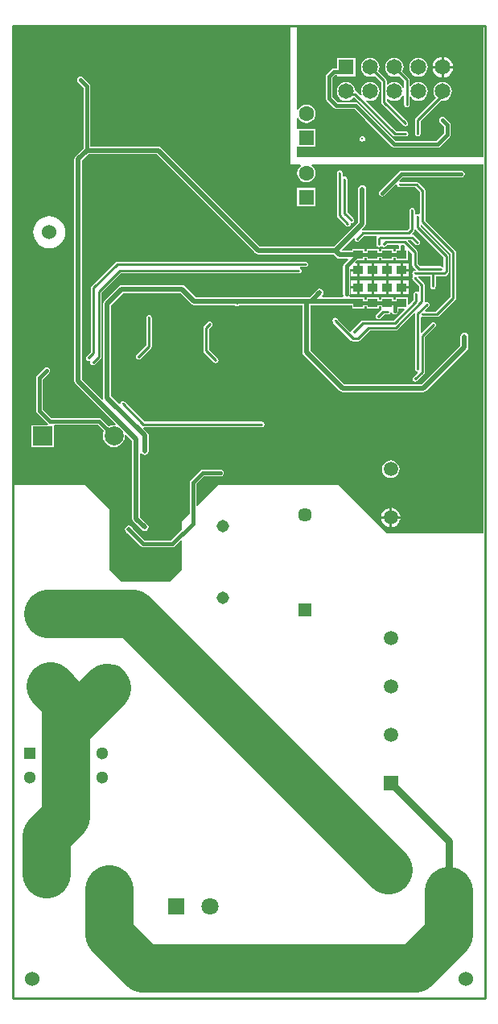
<source format=gbl>
G04*
G04 #@! TF.GenerationSoftware,Altium Limited,Altium Designer,20.2.8 (258)*
G04*
G04 Layer_Physical_Order=2*
G04 Layer_Color=16711680*
%FSLAX25Y25*%
%MOIN*%
G70*
G04*
G04 #@! TF.SameCoordinates,1A047D9A-836D-465F-8526-38319891AFC0*
G04*
G04*
G04 #@! TF.FilePolarity,Positive*
G04*
G01*
G75*
%ADD15C,0.01000*%
%ADD44R,0.07874X0.07874*%
%ADD45C,0.07874*%
%ADD53R,0.05118X0.05118*%
%ADD54C,0.05118*%
%ADD58R,0.03937X0.03543*%
%ADD71C,0.03000*%
%ADD72C,0.01500*%
%ADD73C,0.02000*%
%ADD74C,0.06000*%
%ADD75C,0.06496*%
%ADD76R,0.06496X0.06496*%
%ADD77R,0.06299X0.06299*%
%ADD78C,0.06299*%
%ADD79C,0.07087*%
%ADD80R,0.07087X0.07087*%
%ADD81C,0.05150*%
%ADD82R,0.05709X0.05709*%
%ADD83C,0.05709*%
%ADD84R,0.05937X0.05937*%
%ADD85C,0.05937*%
%ADD86R,0.07087X0.07087*%
%ADD87C,0.02000*%
%ADD88C,0.01000*%
%ADD89C,0.01968*%
%ADD90C,0.20000*%
G36*
X709851Y445649D02*
X632649D01*
Y449292D01*
X632750Y449750D01*
X633149Y449750D01*
X640250D01*
Y457250D01*
X633149D01*
X632750Y457250D01*
X632649Y457708D01*
Y461691D01*
X633149Y461791D01*
X633225Y461609D01*
X633826Y460826D01*
X634609Y460225D01*
X635521Y459847D01*
X636500Y459718D01*
X637479Y459847D01*
X638391Y460225D01*
X639174Y460826D01*
X639775Y461609D01*
X640153Y462521D01*
X640282Y463500D01*
X640153Y464479D01*
X639775Y465391D01*
X639174Y466174D01*
X638391Y466775D01*
X637479Y467153D01*
X636500Y467282D01*
X635521Y467153D01*
X634609Y466775D01*
X633826Y466174D01*
X633225Y465391D01*
X633149Y465209D01*
X632649Y465309D01*
Y499351D01*
X709851Y499351D01*
X709851Y445649D01*
D02*
G37*
G36*
X630000Y442500D02*
X634081D01*
X634250Y442000D01*
X633826Y441674D01*
X633225Y440891D01*
X632847Y439979D01*
X632718Y439000D01*
X632847Y438021D01*
X633225Y437109D01*
X633826Y436326D01*
X634609Y435725D01*
X635521Y435347D01*
X636500Y435218D01*
X637479Y435347D01*
X638391Y435725D01*
X639174Y436326D01*
X639775Y437109D01*
X640153Y438021D01*
X640282Y439000D01*
X640153Y439979D01*
X639775Y440891D01*
X639174Y441674D01*
X638750Y442000D01*
X638919Y442500D01*
X709851D01*
X709851Y290000D01*
X670000D01*
X650000Y310000D01*
X600000D01*
X591338Y301338D01*
X590876Y301530D01*
Y310430D01*
X594070Y313623D01*
X601000D01*
X601527Y313728D01*
X601973Y314027D01*
X602272Y314473D01*
X602377Y315000D01*
X602272Y315527D01*
X601973Y315973D01*
X601527Y316272D01*
X601000Y316376D01*
X593500D01*
X592973Y316272D01*
X592527Y315973D01*
X592527Y315973D01*
X588527Y311973D01*
X588228Y311527D01*
X588124Y311000D01*
Y298124D01*
X585000Y295000D01*
Y291447D01*
X580430Y286877D01*
X569570D01*
X564553Y291894D01*
X564507Y292124D01*
X564153Y292653D01*
X563624Y293007D01*
X563000Y293131D01*
X562376Y293007D01*
X561846Y292653D01*
X561493Y292124D01*
X561369Y291500D01*
X561493Y290876D01*
X561846Y290347D01*
X562376Y289993D01*
X562606Y289947D01*
X568027Y284527D01*
X568473Y284228D01*
X569000Y284123D01*
X581000D01*
X581527Y284228D01*
X581973Y284527D01*
X584538Y287091D01*
X585000Y286900D01*
Y275000D01*
X580000Y270000D01*
X560000D01*
X555000Y275000D01*
Y300000D01*
X545000Y310000D01*
X515649D01*
X515649Y499351D01*
X630000Y499351D01*
Y442500D01*
D02*
G37*
%LPC*%
G36*
X693500Y486971D02*
Y483252D01*
X697219D01*
X697139Y483861D01*
X696711Y484894D01*
X696030Y485782D01*
X695142Y486463D01*
X694109Y486891D01*
X693500Y486971D01*
D02*
G37*
G36*
X692500D02*
X691891Y486891D01*
X690858Y486463D01*
X689970Y485782D01*
X689289Y484894D01*
X688861Y483861D01*
X688781Y483252D01*
X692500D01*
Y486971D01*
D02*
G37*
G36*
X656848Y486600D02*
X649152D01*
Y482376D01*
X648000D01*
X648000Y482376D01*
X647473Y482272D01*
X647027Y481973D01*
X645027Y479973D01*
X644728Y479527D01*
X644624Y479000D01*
Y470000D01*
X644728Y469473D01*
X645027Y469027D01*
X648027Y466027D01*
X648473Y465728D01*
X649000Y465624D01*
X656430D01*
X661027Y461027D01*
X672027Y450027D01*
X672473Y449728D01*
X673000Y449623D01*
X691000D01*
X691527Y449728D01*
X691973Y450027D01*
X695973Y454027D01*
X695973Y454027D01*
X696272Y454473D01*
X696377Y455000D01*
Y458953D01*
X696377Y458953D01*
X696272Y459480D01*
X695973Y459926D01*
X695973Y459926D01*
X693989Y461910D01*
X693542Y462209D01*
X693015Y462314D01*
X692489Y462209D01*
X692042Y461910D01*
X691744Y461464D01*
X691639Y460937D01*
X691744Y460410D01*
X692042Y459964D01*
X693623Y458383D01*
Y455570D01*
X690430Y452377D01*
X673570D01*
X662973Y462973D01*
X657973Y467973D01*
X657527Y468272D01*
X657000Y468376D01*
X653076D01*
X653043Y468876D01*
X653427Y468927D01*
X654004Y469003D01*
X654941Y469391D01*
X655744Y470008D01*
X655899Y470208D01*
X656562Y470252D01*
X672407Y454407D01*
X672407Y454407D01*
X672771Y454164D01*
X673200Y454078D01*
X673200Y454078D01*
X677700D01*
X678129Y454164D01*
X678493Y454407D01*
X678736Y454771D01*
X678822Y455200D01*
X678736Y455629D01*
X678493Y455993D01*
X678129Y456236D01*
X677700Y456322D01*
X673665D01*
X661191Y468795D01*
X661475Y469219D01*
X661996Y469003D01*
X663000Y468871D01*
X664005Y469003D01*
X664941Y469391D01*
X665744Y470008D01*
X666361Y470811D01*
X666749Y471747D01*
X666881Y472752D01*
X666749Y473757D01*
X666361Y474693D01*
X665744Y475496D01*
X664941Y476113D01*
X664005Y476501D01*
X663000Y476633D01*
X661996Y476501D01*
X661059Y476113D01*
X660256Y475496D01*
X659639Y474693D01*
X659251Y473757D01*
X659119Y472752D01*
X659251Y471747D01*
X659467Y471227D01*
X659043Y470943D01*
X657474Y472512D01*
X657111Y472755D01*
X656875Y472802D01*
X656749Y473757D01*
X656361Y474693D01*
X655744Y475496D01*
X654941Y476113D01*
X654004Y476501D01*
X653000Y476633D01*
X651996Y476501D01*
X651059Y476113D01*
X650256Y475496D01*
X649639Y474693D01*
X649251Y473757D01*
X649119Y472752D01*
X649251Y471747D01*
X649639Y470811D01*
X650256Y470008D01*
X651059Y469391D01*
X651996Y469003D01*
X652957Y468876D01*
X652924Y468376D01*
X649570D01*
X647376Y470570D01*
Y478430D01*
X648570Y479624D01*
X649152D01*
Y478904D01*
X656848D01*
Y486600D01*
D02*
G37*
G36*
X683000Y486633D02*
X681995Y486501D01*
X681059Y486113D01*
X680256Y485496D01*
X679639Y484693D01*
X679251Y483756D01*
X679119Y482752D01*
X679251Y481747D01*
X679639Y480811D01*
X680256Y480008D01*
X681059Y479391D01*
X681995Y479003D01*
X683000Y478871D01*
X684004Y479003D01*
X684941Y479391D01*
X685744Y480008D01*
X686361Y480811D01*
X686749Y481747D01*
X686881Y482752D01*
X686749Y483756D01*
X686361Y484693D01*
X685744Y485496D01*
X684941Y486113D01*
X684004Y486501D01*
X683000Y486633D01*
D02*
G37*
G36*
X697219Y482252D02*
X693500D01*
Y478533D01*
X694109Y478613D01*
X695142Y479041D01*
X696030Y479722D01*
X696711Y480610D01*
X697139Y481643D01*
X697219Y482252D01*
D02*
G37*
G36*
X692500D02*
X688781D01*
X688861Y481643D01*
X689289Y480610D01*
X689970Y479722D01*
X690858Y479041D01*
X691891Y478613D01*
X692500Y478533D01*
Y482252D01*
D02*
G37*
G36*
X673000Y486633D02*
X671995Y486501D01*
X671059Y486113D01*
X670256Y485496D01*
X669639Y484693D01*
X669251Y483756D01*
X669119Y482752D01*
X669251Y481747D01*
X669639Y480811D01*
X670256Y480008D01*
X671059Y479391D01*
X671995Y479003D01*
X673000Y478871D01*
X674005Y479003D01*
X674824Y479342D01*
X677028Y477138D01*
Y474389D01*
X676528Y474290D01*
X676361Y474693D01*
X675744Y475496D01*
X674941Y476113D01*
X674005Y476501D01*
X673000Y476633D01*
X671995Y476501D01*
X671059Y476113D01*
X670273Y475510D01*
X670094Y475537D01*
X669773Y475646D01*
Y477100D01*
X669688Y477529D01*
X669445Y477893D01*
X669445Y477893D01*
X666410Y480928D01*
X666749Y481747D01*
X666881Y482752D01*
X666749Y483756D01*
X666361Y484693D01*
X665744Y485496D01*
X664941Y486113D01*
X664005Y486501D01*
X663000Y486633D01*
X661996Y486501D01*
X661059Y486113D01*
X660256Y485496D01*
X659639Y484693D01*
X659251Y483756D01*
X659119Y482752D01*
X659251Y481747D01*
X659639Y480811D01*
X660256Y480008D01*
X661059Y479391D01*
X661996Y479003D01*
X663000Y478871D01*
X664005Y479003D01*
X664824Y479342D01*
X667530Y476635D01*
Y468348D01*
X667530Y468348D01*
X667616Y467919D01*
X667859Y467555D01*
X676707Y458707D01*
X676707Y458707D01*
X677071Y458464D01*
X677500Y458378D01*
X677929Y458464D01*
X678293Y458707D01*
X678536Y459071D01*
X678622Y459500D01*
X678536Y459929D01*
X678293Y460293D01*
X678293Y460293D01*
X669773Y468813D01*
Y469858D01*
X670094Y469967D01*
X670273Y469994D01*
X671059Y469391D01*
X671995Y469003D01*
X673000Y468871D01*
X674005Y469003D01*
X674941Y469391D01*
X675744Y470008D01*
X676361Y470811D01*
X676528Y471214D01*
X677028Y471115D01*
Y467350D01*
X677113Y466921D01*
X677356Y466557D01*
X677720Y466314D01*
X678150Y466229D01*
X678579Y466314D01*
X678943Y466557D01*
X679186Y466921D01*
X679271Y467350D01*
Y470469D01*
X679771Y470639D01*
X680256Y470008D01*
X681059Y469391D01*
X681995Y469003D01*
X683000Y468871D01*
X684004Y469003D01*
X684941Y469391D01*
X685744Y470008D01*
X686361Y470811D01*
X686749Y471747D01*
X686881Y472752D01*
X686749Y473757D01*
X686361Y474693D01*
X685744Y475496D01*
X684941Y476113D01*
X684004Y476501D01*
X683000Y476633D01*
X681995Y476501D01*
X681059Y476113D01*
X680256Y475496D01*
X679771Y474865D01*
X679271Y475035D01*
Y477602D01*
X679186Y478032D01*
X678943Y478395D01*
X678943Y478395D01*
X676410Y480928D01*
X676749Y481747D01*
X676881Y482752D01*
X676749Y483756D01*
X676361Y484693D01*
X675744Y485496D01*
X674941Y486113D01*
X674005Y486501D01*
X673000Y486633D01*
D02*
G37*
G36*
X693000Y476633D02*
X691995Y476501D01*
X691059Y476113D01*
X690256Y475496D01*
X689639Y474693D01*
X689251Y473757D01*
X689119Y472752D01*
X689251Y471747D01*
X689639Y470811D01*
X690197Y470083D01*
X681907Y461793D01*
X681664Y461429D01*
X681578Y461000D01*
X681578Y461000D01*
Y455200D01*
X681664Y454771D01*
X681907Y454407D01*
X682271Y454164D01*
X682700Y454078D01*
X683129Y454164D01*
X683493Y454407D01*
X683736Y454771D01*
X683822Y455200D01*
Y460535D01*
X692255Y468969D01*
X693000Y468871D01*
X694004Y469003D01*
X694941Y469391D01*
X695744Y470008D01*
X696361Y470811D01*
X696749Y471747D01*
X696881Y472752D01*
X696749Y473757D01*
X696361Y474693D01*
X695744Y475496D01*
X694941Y476113D01*
X694004Y476501D01*
X693000Y476633D01*
D02*
G37*
G36*
X659750Y454271D02*
X659321Y454186D01*
X658957Y453943D01*
X658714Y453579D01*
X658628Y453150D01*
X658714Y452720D01*
X658957Y452356D01*
X659321Y452113D01*
X659750Y452028D01*
X660179Y452113D01*
X660543Y452356D01*
X660786Y452720D01*
X660872Y453150D01*
X660786Y453579D01*
X660543Y453943D01*
X660179Y454186D01*
X659750Y454271D01*
D02*
G37*
G36*
X640250Y432750D02*
X632750D01*
Y425250D01*
X640250D01*
Y432750D01*
D02*
G37*
G36*
X650331Y440122D02*
X649902Y440036D01*
X649538Y439793D01*
X649295Y439429D01*
X649210Y439000D01*
Y421468D01*
X649210Y421468D01*
X649295Y421039D01*
X649538Y420675D01*
X652957Y417257D01*
X652957Y417257D01*
X653321Y417014D01*
X653750Y416928D01*
X654179Y417014D01*
X654543Y417257D01*
X654786Y417621D01*
X654836Y417871D01*
X655032Y418160D01*
X655321Y418356D01*
X655571Y418406D01*
X655935Y418649D01*
X656178Y419013D01*
X656263Y419442D01*
X656178Y419871D01*
X655935Y420235D01*
X653422Y422748D01*
Y436400D01*
X653336Y436829D01*
X653093Y437193D01*
X652729Y437436D01*
X652300Y437522D01*
X651953Y437453D01*
X651656Y437602D01*
X651453Y437758D01*
Y439000D01*
X651368Y439429D01*
X651125Y439793D01*
X650761Y440036D01*
X650331Y440122D01*
D02*
G37*
G36*
X530000Y421132D02*
X528706Y421004D01*
X527462Y420627D01*
X526315Y420014D01*
X525311Y419190D01*
X524486Y418185D01*
X523873Y417038D01*
X523495Y415794D01*
X523368Y414500D01*
X523495Y413206D01*
X523873Y411962D01*
X524486Y410815D01*
X525311Y409810D01*
X526315Y408986D01*
X527462Y408373D01*
X528706Y407996D01*
X530000Y407868D01*
X531294Y407996D01*
X532538Y408373D01*
X533684Y408986D01*
X534690Y409810D01*
X535514Y410815D01*
X536127Y411962D01*
X536505Y413206D01*
X536632Y414500D01*
X536505Y415794D01*
X536127Y417038D01*
X535514Y418185D01*
X534690Y419190D01*
X533684Y420014D01*
X532538Y420627D01*
X531294Y421004D01*
X530000Y421132D01*
D02*
G37*
G36*
X543000Y478924D02*
X542473Y478819D01*
X542027Y478520D01*
X541728Y478074D01*
X541623Y477547D01*
X541728Y477021D01*
X542027Y476574D01*
X544248Y474352D01*
Y449306D01*
X540846Y445903D01*
X540493Y445374D01*
X540369Y444750D01*
Y353000D01*
X540493Y352376D01*
X540846Y351847D01*
X557582Y335110D01*
X557349Y334637D01*
X556764Y334714D01*
X555579Y334558D01*
X554668Y334180D01*
X551675Y337173D01*
X551228Y337472D01*
X550702Y337577D01*
X530970D01*
X527277Y341270D01*
Y353730D01*
X529873Y356327D01*
X530172Y356773D01*
X530276Y357300D01*
X530172Y357827D01*
X529873Y358273D01*
X529427Y358572D01*
X528900Y358677D01*
X528373Y358572D01*
X527927Y358273D01*
X524927Y355273D01*
X524628Y354827D01*
X524523Y354300D01*
Y340700D01*
X524628Y340173D01*
X524927Y339727D01*
X529427Y335227D01*
X529504Y335175D01*
X529353Y334675D01*
X522699D01*
Y325601D01*
X531773D01*
Y334324D01*
X531773Y334675D01*
X532212Y334823D01*
X550131D01*
X552721Y332234D01*
X552344Y331322D01*
X552188Y330138D01*
X552344Y328953D01*
X552801Y327850D01*
X553528Y326902D01*
X554476Y326175D01*
X555579Y325718D01*
X556764Y325562D01*
X557948Y325718D01*
X559052Y326175D01*
X560000Y326902D01*
X560727Y327850D01*
X561184Y328953D01*
X561340Y330138D01*
X561263Y330723D01*
X561736Y330956D01*
X564369Y328324D01*
Y296000D01*
X564493Y295376D01*
X564847Y294847D01*
X568347Y291347D01*
X568876Y290993D01*
X569500Y290869D01*
X570124Y290993D01*
X570653Y291347D01*
X571007Y291876D01*
X571131Y292500D01*
X571007Y293124D01*
X570653Y293653D01*
X567631Y296676D01*
Y323017D01*
X568131Y323168D01*
X568347Y322847D01*
X568876Y322493D01*
X569500Y322369D01*
X569524Y322373D01*
X569547Y322369D01*
X570171Y322493D01*
X570701Y322847D01*
X571054Y323376D01*
X571179Y324000D01*
Y330453D01*
X571054Y331077D01*
X570701Y331606D01*
X568916Y333391D01*
X568942Y333540D01*
X569136Y333878D01*
X618000D01*
X618429Y333964D01*
X618793Y334207D01*
X619036Y334571D01*
X619122Y335000D01*
X619036Y335429D01*
X618793Y335793D01*
X618429Y336036D01*
X618000Y336122D01*
X569465D01*
X561293Y344293D01*
X560929Y344536D01*
X560500Y344622D01*
X560071Y344536D01*
X559707Y344293D01*
X559464Y343929D01*
X559401Y343613D01*
X559077Y343448D01*
X558891Y343416D01*
X555631Y346676D01*
Y369500D01*
Y384324D01*
X560676Y389369D01*
X584324D01*
X588846Y384846D01*
X589376Y384493D01*
X590000Y384369D01*
X606899D01*
X607007Y384207D01*
X607371Y383964D01*
X607800Y383878D01*
X608229Y383964D01*
X608593Y384207D01*
X608701Y384369D01*
X634869D01*
Y365000D01*
X634993Y364376D01*
X635347Y363846D01*
X650347Y348847D01*
X650876Y348493D01*
X651500Y348369D01*
X685000D01*
X685624Y348493D01*
X686154Y348847D01*
X703154Y365846D01*
X703507Y366376D01*
X703631Y367000D01*
Y371300D01*
X703507Y371924D01*
X703154Y372453D01*
X702624Y372807D01*
X702000Y372931D01*
X701376Y372807D01*
X700846Y372453D01*
X700493Y371924D01*
X700369Y371300D01*
Y367676D01*
X684324Y351631D01*
X652176D01*
X638131Y365676D01*
Y384369D01*
X655432D01*
Y382979D01*
X660569D01*
Y383974D01*
X661432D01*
Y382979D01*
X666569D01*
Y383974D01*
X667431D01*
Y382979D01*
X667434D01*
X667590Y382540D01*
X667593Y382479D01*
X665607Y380493D01*
X665364Y380129D01*
X665278Y379700D01*
X665364Y379271D01*
X665607Y378907D01*
X665971Y378664D01*
X666400Y378578D01*
X666829Y378664D01*
X667193Y378907D01*
X668865Y380578D01*
X670400D01*
X670829Y380664D01*
X671193Y380907D01*
X671389Y381200D01*
X671400Y381204D01*
X671718Y381239D01*
X671935Y381214D01*
X672127Y380927D01*
X672573Y380628D01*
X673100Y380523D01*
X673627Y380628D01*
X674073Y380927D01*
X674372Y381373D01*
X674476Y381900D01*
Y382979D01*
X676939D01*
X677131Y382517D01*
X672635Y378022D01*
X659800D01*
X659800Y378022D01*
X659371Y377936D01*
X659007Y377693D01*
X655307Y373993D01*
X655064Y373629D01*
X655047Y373546D01*
X654505Y373381D01*
X649556Y378330D01*
X649536Y378429D01*
X649293Y378793D01*
X648929Y379036D01*
X648500Y379121D01*
X648071Y379036D01*
X647707Y378793D01*
X647464Y378429D01*
X647378Y378000D01*
Y377800D01*
X647378Y377800D01*
X647464Y377371D01*
X647707Y377007D01*
X655007Y369707D01*
X655007Y369707D01*
X655371Y369464D01*
X655800Y369378D01*
X655800Y369378D01*
X657800D01*
X657800Y369378D01*
X658229Y369464D01*
X658593Y369707D01*
X662765Y373879D01*
X673463D01*
X673463Y373878D01*
X673892Y373964D01*
X674256Y374207D01*
X681123Y381074D01*
X681584Y380828D01*
X681578Y380800D01*
X681578Y380800D01*
Y357900D01*
X681664Y357471D01*
X681907Y357107D01*
X682271Y356864D01*
X682437Y356831D01*
X682602Y356288D01*
X680907Y354593D01*
X680664Y354229D01*
X680578Y353800D01*
X680664Y353371D01*
X680907Y353007D01*
X681271Y352764D01*
X681700Y352678D01*
X682129Y352764D01*
X682493Y353007D01*
X685293Y355807D01*
X685293Y355807D01*
X685536Y356171D01*
X685622Y356600D01*
X685622Y356600D01*
Y371135D01*
X689893Y375407D01*
X689893Y375407D01*
X690136Y375771D01*
X690222Y376200D01*
X690136Y376629D01*
X689893Y376993D01*
X689529Y377236D01*
X689100Y377322D01*
X688671Y377236D01*
X688307Y376993D01*
X688307Y376993D01*
X684283Y372970D01*
X683822Y373161D01*
Y379252D01*
X684299Y379531D01*
X684322Y379528D01*
X684731Y379447D01*
X690668D01*
X690668Y379447D01*
X691098Y379532D01*
X691462Y379776D01*
X698193Y386507D01*
X698193Y386507D01*
X698436Y386871D01*
X698522Y387300D01*
Y406100D01*
X698436Y406529D01*
X698193Y406893D01*
X698193Y406893D01*
X686093Y418993D01*
X686050Y419022D01*
X685822Y419250D01*
Y431700D01*
X685736Y432129D01*
X685493Y432493D01*
X685493Y432493D01*
X682993Y434993D01*
X682629Y435236D01*
X682200Y435322D01*
X682200Y435322D01*
X675200D01*
X675169Y435315D01*
X674923Y435776D01*
X676420Y437273D01*
X700750D01*
X701277Y437378D01*
X701723Y437676D01*
X702022Y438123D01*
X702127Y438650D01*
X702022Y439176D01*
X701723Y439623D01*
X701277Y439921D01*
X700750Y440026D01*
X675850D01*
X675323Y439921D01*
X674876Y439623D01*
X666927Y431673D01*
X666628Y431227D01*
X666524Y430700D01*
X666628Y430173D01*
X666927Y429727D01*
X667373Y429428D01*
X667900Y429323D01*
X668427Y429428D01*
X668873Y429727D01*
X673624Y434477D01*
X674085Y434231D01*
X674078Y434200D01*
X674164Y433771D01*
X674407Y433407D01*
X674771Y433164D01*
X675200Y433078D01*
X681735D01*
X683578Y431235D01*
Y422270D01*
X683078Y422003D01*
X683029Y422036D01*
X682600Y422122D01*
X682171Y422036D01*
X681922Y421870D01*
X681526Y422011D01*
X681422Y422091D01*
Y423500D01*
X681336Y423929D01*
X681093Y424293D01*
X680729Y424536D01*
X680300Y424622D01*
X679871Y424536D01*
X679507Y424293D01*
X679264Y423929D01*
X679178Y423500D01*
Y416065D01*
X678335Y415222D01*
X660000D01*
X659670Y415156D01*
X659425Y415459D01*
X659375Y415568D01*
X660653Y416847D01*
X661007Y417376D01*
X661131Y418000D01*
Y431538D01*
X661257Y431726D01*
X661381Y432350D01*
X661257Y432975D01*
X660904Y433504D01*
X660374Y433858D01*
X659750Y433982D01*
X659126Y433858D01*
X658597Y433504D01*
X658347Y433254D01*
X657993Y432725D01*
X657869Y432100D01*
Y418676D01*
X647824Y408631D01*
X617176D01*
X576278Y449529D01*
X575749Y449882D01*
X575125Y450006D01*
X547002D01*
Y474922D01*
X546897Y475449D01*
X546598Y475896D01*
X543973Y478520D01*
X543527Y478819D01*
X543000Y478924D01*
D02*
G37*
G36*
X571382Y380240D02*
X570953Y380154D01*
X570589Y379911D01*
X570346Y379547D01*
X570260Y379118D01*
Y367846D01*
X566207Y363793D01*
X565964Y363429D01*
X565878Y363000D01*
X565964Y362571D01*
X566207Y362207D01*
X566571Y361964D01*
X567000Y361878D01*
X567429Y361964D01*
X567793Y362207D01*
X572175Y366589D01*
X572175Y366589D01*
X572418Y366953D01*
X572503Y367382D01*
X572503Y367382D01*
Y379118D01*
X572418Y379547D01*
X572175Y379911D01*
X571811Y380154D01*
X571382Y380240D01*
D02*
G37*
G36*
X596500Y377622D02*
X596071Y377536D01*
X595707Y377293D01*
X594207Y375793D01*
X593964Y375429D01*
X593878Y375000D01*
X593878Y375000D01*
Y365500D01*
X593878Y365500D01*
X593964Y365071D01*
X594207Y364707D01*
X598207Y360707D01*
X598207Y360707D01*
X598571Y360464D01*
X599000Y360379D01*
X599429Y360464D01*
X599793Y360707D01*
X600036Y361071D01*
X600122Y361500D01*
X600036Y361929D01*
X599793Y362293D01*
X599793Y362293D01*
X596122Y365965D01*
Y374535D01*
X597293Y375707D01*
X597536Y376071D01*
X597622Y376500D01*
X597536Y376929D01*
X597293Y377293D01*
X596929Y377536D01*
X596500Y377622D01*
D02*
G37*
G36*
X671500Y320099D02*
X670568Y319977D01*
X669700Y319617D01*
X668955Y319045D01*
X668383Y318300D01*
X668023Y317432D01*
X667901Y316500D01*
X668023Y315568D01*
X668383Y314700D01*
X668955Y313955D01*
X669700Y313383D01*
X670568Y313023D01*
X671500Y312901D01*
X672432Y313023D01*
X673300Y313383D01*
X674045Y313955D01*
X674617Y314700D01*
X674977Y315568D01*
X675099Y316500D01*
X674977Y317432D01*
X674617Y318300D01*
X674045Y319045D01*
X673300Y319617D01*
X672432Y319977D01*
X671500Y320099D01*
D02*
G37*
G36*
X672000Y300437D02*
Y297000D01*
X675437D01*
X675366Y297536D01*
X674966Y298501D01*
X674330Y299330D01*
X673501Y299967D01*
X672536Y300366D01*
X672000Y300437D01*
D02*
G37*
G36*
X671000D02*
X670464Y300366D01*
X669499Y299967D01*
X668670Y299330D01*
X668034Y298501D01*
X667634Y297536D01*
X667563Y297000D01*
X671000D01*
Y300437D01*
D02*
G37*
G36*
X675437Y296000D02*
X672000D01*
Y292563D01*
X672536Y292634D01*
X673501Y293034D01*
X674330Y293670D01*
X674966Y294499D01*
X675366Y295464D01*
X675437Y296000D01*
D02*
G37*
G36*
X671000D02*
X667563D01*
X667634Y295464D01*
X668034Y294499D01*
X668670Y293670D01*
X669499Y293034D01*
X670464Y292634D01*
X671000Y292563D01*
Y296000D01*
D02*
G37*
%LPD*%
G36*
X665668Y412478D02*
X665511Y412243D01*
X665426Y411814D01*
X665426Y411814D01*
Y409453D01*
X665511Y409024D01*
X665754Y408660D01*
X666118Y408417D01*
X666547Y408331D01*
X666976Y408417D01*
X667200Y408566D01*
X667707Y408707D01*
X668071Y408464D01*
X668500Y408378D01*
X668929Y408464D01*
X669293Y408707D01*
X669967Y409380D01*
X674617D01*
X674933Y408880D01*
X674868Y408555D01*
Y407521D01*
X673431D01*
Y406526D01*
X672569D01*
Y407521D01*
X667431D01*
Y406526D01*
X666569D01*
Y407521D01*
X661432D01*
Y406526D01*
X660569D01*
Y407521D01*
X655432D01*
Y406781D01*
X651295D01*
X651088Y407281D01*
X656132Y412325D01*
X656241Y412275D01*
X656544Y412030D01*
X656478Y411700D01*
X656564Y411271D01*
X656807Y410907D01*
X657171Y410664D01*
X657600Y410578D01*
X658029Y410664D01*
X658393Y410907D01*
X660465Y412978D01*
X665478D01*
X665668Y412478D01*
D02*
G37*
G36*
X693378Y404235D02*
Y400167D01*
X692941Y400010D01*
X692878Y400008D01*
X692793Y400093D01*
X692429Y400336D01*
X692000Y400422D01*
X692000Y400421D01*
X683665D01*
X682622Y401465D01*
Y406200D01*
X682536Y406629D01*
X682293Y406993D01*
X682293Y406993D01*
X678470Y410816D01*
X678661Y411278D01*
X679935D01*
X681707Y409507D01*
X681707Y409507D01*
X682071Y409264D01*
X682500Y409178D01*
X682929Y409264D01*
X683293Y409507D01*
X683536Y409871D01*
X683622Y410300D01*
X683536Y410729D01*
X683293Y411093D01*
X683293Y411093D01*
X681193Y413193D01*
X680829Y413436D01*
X680496Y413503D01*
X680336Y413799D01*
X680289Y414003D01*
X681093Y414807D01*
X681336Y415171D01*
X681406Y415520D01*
X681516Y415599D01*
X681589Y415631D01*
X681922Y415692D01*
X693378Y404235D01*
D02*
G37*
G36*
X680378Y405735D02*
Y401000D01*
X680378Y401000D01*
X680464Y400571D01*
X680707Y400207D01*
X681894Y399020D01*
X681703Y398558D01*
X681471D01*
X681042Y398472D01*
X680678Y398229D01*
X680435Y397865D01*
X680349Y397436D01*
X680435Y397007D01*
X680678Y396643D01*
X680582Y396106D01*
X680464Y395929D01*
X680378Y395500D01*
X680464Y395071D01*
X680707Y394707D01*
X683178Y392235D01*
Y389991D01*
X683075Y389911D01*
X682678Y389770D01*
X682429Y389936D01*
X682000Y390021D01*
X681571Y389936D01*
X681207Y389693D01*
X680964Y389329D01*
X680878Y388900D01*
Y386265D01*
X679030Y384417D01*
X678569Y384608D01*
Y387722D01*
X673431D01*
Y386727D01*
X672569D01*
Y387722D01*
X667431D01*
Y386727D01*
X666569D01*
Y387722D01*
X661432D01*
Y386727D01*
X660569D01*
Y387722D01*
X655432D01*
Y387631D01*
X654553D01*
X654286Y388131D01*
X654398Y388300D01*
X654503Y388827D01*
Y399456D01*
X654531Y399475D01*
X654764Y399350D01*
X657500D01*
Y401622D01*
X656876D01*
X656684Y402084D01*
X657378Y402778D01*
X660569D01*
Y403773D01*
X661432D01*
Y402778D01*
X666569D01*
Y403773D01*
X667431D01*
Y402778D01*
X672569D01*
Y403773D01*
X673431D01*
Y402778D01*
X678569D01*
Y406838D01*
X679069Y407045D01*
X680378Y405735D01*
D02*
G37*
G36*
X684493Y417407D02*
X684493Y417407D01*
X684536Y417378D01*
X696278Y405635D01*
Y387765D01*
X690204Y381690D01*
X685829D01*
X685638Y382152D01*
X687293Y383807D01*
X687293Y383807D01*
X687536Y384171D01*
X687622Y384600D01*
X687536Y385029D01*
X687293Y385393D01*
X686929Y385636D01*
X686500Y385722D01*
X686071Y385636D01*
X685864Y385498D01*
X685410Y385781D01*
X685422Y385837D01*
X685422Y385837D01*
Y392700D01*
X685422Y392700D01*
X685336Y393129D01*
X685093Y393493D01*
X685093Y393493D01*
X682771Y395815D01*
X682979Y396315D01*
X687878D01*
Y392100D01*
X687964Y391671D01*
X688207Y391307D01*
X688571Y391064D01*
X689000Y390979D01*
X689429Y391064D01*
X689793Y391307D01*
X690036Y391671D01*
X690122Y392100D01*
Y396315D01*
X693736D01*
X693736Y396315D01*
X694165Y396400D01*
X694529Y396643D01*
X695293Y397407D01*
X695293Y397407D01*
X695536Y397771D01*
X695622Y398200D01*
Y404700D01*
X695622Y404700D01*
X695536Y405129D01*
X695293Y405493D01*
X695293Y405493D01*
X683777Y417009D01*
X683824Y417429D01*
X684288Y417611D01*
X684493Y417407D01*
D02*
G37*
G36*
X615346Y405847D02*
X615876Y405493D01*
X616500Y405369D01*
X647824D01*
X649197Y403996D01*
X649726Y403642D01*
X650350Y403518D01*
X653572D01*
X653763Y403056D01*
X652153Y401446D01*
X651855Y401000D01*
X651750Y400473D01*
Y388827D01*
X651855Y388300D01*
X651968Y388131D01*
X651700Y387631D01*
X643092D01*
X642900Y388093D01*
X643153Y388347D01*
X643507Y388876D01*
X643631Y389500D01*
X643507Y390124D01*
X643153Y390653D01*
X642624Y391007D01*
X642000Y391131D01*
X641376Y391007D01*
X640846Y390653D01*
X637824Y387631D01*
X590676D01*
X586154Y392154D01*
X585624Y392507D01*
X585000Y392631D01*
X560000D01*
X559376Y392507D01*
X558847Y392154D01*
X552846Y386154D01*
X552493Y385624D01*
X552369Y385000D01*
Y369500D01*
Y346000D01*
X552457Y345557D01*
X551996Y345311D01*
X543631Y353676D01*
Y444074D01*
X546301Y446744D01*
X574449D01*
X615346Y405847D01*
D02*
G37*
%LPC*%
G36*
X666968Y401622D02*
X666532Y401622D01*
X664500D01*
Y398850D01*
Y396079D01*
X666532D01*
X667031Y396079D01*
X667469Y396079D01*
X669500D01*
Y398850D01*
Y401622D01*
X667469D01*
X666968Y401622D01*
D02*
G37*
G36*
X673032Y401622D02*
X672532Y401622D01*
X670500D01*
Y398850D01*
Y396079D01*
X672532D01*
X672968Y396079D01*
X673468Y396079D01*
X675500D01*
Y398850D01*
Y401622D01*
X673468D01*
X673032Y401622D01*
D02*
G37*
G36*
X676500Y401622D02*
Y399350D01*
X678968D01*
Y401622D01*
X676500D01*
D02*
G37*
G36*
X661031Y401622D02*
X660532Y401622D01*
X658500D01*
Y398850D01*
Y396079D01*
X660532D01*
X660968Y396079D01*
X661469Y396079D01*
X663500D01*
Y398850D01*
Y401622D01*
X661469D01*
X661031Y401622D01*
D02*
G37*
G36*
X678968Y398350D02*
X676500D01*
Y396079D01*
X678968D01*
Y398350D01*
D02*
G37*
G36*
X657500D02*
X655031D01*
Y396079D01*
X657500D01*
Y398350D01*
D02*
G37*
G36*
X673032Y394421D02*
X672532Y394421D01*
X670500D01*
Y391650D01*
Y388878D01*
X672532D01*
X672968Y388878D01*
X673468Y388878D01*
X675500D01*
Y391650D01*
Y394421D01*
X673468D01*
X673032Y394421D01*
D02*
G37*
G36*
X667031Y394421D02*
X666532Y394421D01*
X664500D01*
Y391650D01*
Y388878D01*
X666532D01*
X666968Y388878D01*
X667469Y388878D01*
X669500D01*
Y391650D01*
Y394421D01*
X667469D01*
X667031Y394421D01*
D02*
G37*
G36*
X676500D02*
Y392150D01*
X678968D01*
Y394421D01*
X676500D01*
D02*
G37*
G36*
X657500Y394421D02*
X655031D01*
Y392150D01*
X657500D01*
Y394421D01*
D02*
G37*
G36*
X678968Y391150D02*
X676500D01*
Y388878D01*
X678968D01*
Y391150D01*
D02*
G37*
G36*
X661031Y394421D02*
X660532Y394421D01*
X658500D01*
Y391650D01*
Y388878D01*
X660532D01*
X660968Y388878D01*
X661469Y388878D01*
X663500D01*
Y391650D01*
Y394421D01*
X661469D01*
X661031Y394421D01*
D02*
G37*
G36*
X657500Y391150D02*
X655031D01*
Y388878D01*
X657500D01*
Y391150D01*
D02*
G37*
G36*
X558123Y402322D02*
X557694Y402236D01*
X557330Y401993D01*
X557330Y401993D01*
X547607Y392270D01*
X547364Y391906D01*
X547278Y391477D01*
X547278Y391477D01*
Y365041D01*
X545469Y363231D01*
X545225Y362868D01*
X545140Y362439D01*
X545225Y362009D01*
X545469Y361645D01*
X545832Y361402D01*
X546262Y361317D01*
X546691Y361402D01*
X546729Y361428D01*
X547089Y361067D01*
X547064Y361029D01*
X546978Y360600D01*
X547064Y360171D01*
X547307Y359807D01*
X547671Y359564D01*
X548100Y359478D01*
X548529Y359564D01*
X548893Y359807D01*
X551293Y362207D01*
X551293Y362207D01*
X551536Y362571D01*
X551622Y363000D01*
Y389435D01*
X559665Y397479D01*
X633400D01*
X633829Y397564D01*
X634193Y397807D01*
X634436Y398171D01*
X634522Y398600D01*
X634436Y399029D01*
X634193Y399393D01*
X633916Y399578D01*
X633963Y399984D01*
X633999Y400078D01*
X636100D01*
X636529Y400164D01*
X636893Y400407D01*
X637136Y400771D01*
X637222Y401200D01*
X637136Y401629D01*
X636893Y401993D01*
X636529Y402236D01*
X636100Y402321D01*
X558123D01*
X558123Y402322D01*
D02*
G37*
%LPD*%
D15*
X650331Y421468D02*
X653750Y418050D01*
X652300Y422284D02*
X655142Y419442D01*
X652300Y422284D02*
Y436400D01*
X664000Y391650D02*
X664800Y392450D01*
X664000Y398850D02*
X664800Y398050D01*
X546262Y362439D02*
X548400Y364577D01*
Y391477D01*
X548100Y360600D02*
X550500Y363000D01*
Y389900D02*
X559200Y398600D01*
X550500Y363000D02*
Y389900D01*
X648500Y377800D02*
Y378000D01*
X548400Y391477D02*
X558123Y401200D01*
X675200Y434200D02*
X682200D01*
X684700Y431700D01*
X684500Y371600D02*
X689100Y376200D01*
X684500Y356600D02*
Y371600D01*
X681700Y353800D02*
X684500Y356600D01*
X688900Y397436D02*
X693736D01*
X681471D02*
X688900D01*
X689000Y392100D02*
Y397336D01*
X688900Y397436D02*
X689000Y397336D01*
X682700Y357900D02*
Y380800D01*
X686500Y384600D01*
X668500Y409500D02*
X669502Y410502D01*
X677198D02*
X681500Y406200D01*
X669502Y410502D02*
X677198D01*
X667133Y412400D02*
X680400D01*
X682500Y410300D01*
X666547Y409453D02*
Y411814D01*
X667133Y412400D01*
X657600Y411700D02*
X660000Y414100D01*
X678800D02*
X680300Y415600D01*
X660000Y414100D02*
X678800D01*
X693000Y471300D02*
Y472752D01*
X682700Y461000D02*
X693000Y471300D01*
X682700Y455200D02*
Y461000D01*
X673200Y455200D02*
X677700D01*
X653000Y472752D02*
X654033Y471719D01*
X656681D01*
X673200Y455200D01*
X668400Y381700D02*
X670400D01*
X666400Y379700D02*
X668400Y381700D01*
X694500Y398200D02*
Y404700D01*
X684300Y385837D02*
Y392700D01*
X693736Y397436D02*
X694500Y398200D01*
X681500Y395500D02*
X684300Y392700D01*
X692000Y399300D02*
X692100Y399200D01*
X683200Y399300D02*
X692000D01*
X681500Y401000D02*
X683200Y399300D01*
X558123Y401200D02*
X636100D01*
X559200Y398600D02*
X633400D01*
X673463Y375000D02*
X684300Y385837D01*
X684731Y380569D02*
X690668D01*
X697400Y387300D01*
X673100Y376900D02*
X682000Y385800D01*
Y388900D01*
X662300Y375000D02*
X673463D01*
X659800Y376900D02*
X673100D01*
X650331Y421468D02*
Y439000D01*
X648500Y377800D02*
X655800Y370500D01*
X657800D01*
X662300Y375000D01*
X656100Y373200D02*
X659800Y376900D01*
X681500Y401000D02*
Y406200D01*
X680300Y415600D02*
Y423500D01*
X685286Y418200D02*
X685300D01*
X684700Y418786D02*
X685286Y418200D01*
X684700Y418786D02*
Y431700D01*
X685300Y418200D02*
X697400Y406100D01*
Y387300D02*
Y406100D01*
X682600Y416600D02*
Y421000D01*
Y416600D02*
X694500Y404700D01*
X678150Y467350D02*
Y477602D01*
X673000Y482752D02*
X678150Y477602D01*
X668652Y468348D02*
X677500Y459500D01*
X668652Y468348D02*
Y477100D01*
X663000Y482752D02*
X668652Y477100D01*
X569000Y335000D02*
X618000D01*
X560500Y343500D02*
X569000Y335000D01*
X595000Y375000D02*
X596500Y376500D01*
X595000Y365500D02*
Y375000D01*
Y365500D02*
X599000Y361500D01*
X567000Y363000D02*
X571382Y367382D01*
Y379118D01*
X515000Y97500D02*
Y500000D01*
Y97500D02*
X710500D01*
Y500000D01*
X515000D02*
X710500D01*
D44*
X527236Y330138D02*
D03*
D45*
X556764D02*
D03*
X527236Y251398D02*
D03*
X556764D02*
D03*
Y231713D02*
D03*
X527236D02*
D03*
D53*
X522039Y199000D02*
D03*
D54*
Y189000D02*
D03*
X551961D02*
D03*
Y199000D02*
D03*
D58*
X676000Y398850D02*
D03*
Y405150D02*
D03*
Y391650D02*
D03*
Y385350D02*
D03*
X670000Y391650D02*
D03*
Y385350D02*
D03*
Y398850D02*
D03*
Y405150D02*
D03*
X658000Y391650D02*
D03*
Y385350D02*
D03*
X664000Y405150D02*
D03*
Y398850D02*
D03*
X658000Y398850D02*
D03*
Y405150D02*
D03*
X664000Y385350D02*
D03*
Y391650D02*
D03*
D71*
X695500Y148500D02*
Y162500D01*
X671500Y186500D02*
X695500Y162500D01*
D72*
X569000Y285500D02*
X581000D01*
X589500Y294000D02*
Y311000D01*
X581000Y285500D02*
X589500Y294000D01*
X563000Y291500D02*
X569000Y285500D01*
X593500Y315000D02*
X601000D01*
X589500Y311000D02*
X593500Y315000D01*
X659000Y385350D02*
X664000D01*
X658000Y405150D02*
X670000D01*
X545625Y448375D02*
Y474922D01*
X543000Y477547D02*
X545625Y474922D01*
X662000Y462000D02*
X673000Y451000D01*
X657000Y467000D02*
X662000Y462000D01*
X651248Y481000D02*
X653000Y482752D01*
X648000Y481000D02*
X651248D01*
X646000Y470000D02*
Y479000D01*
X648000Y481000D01*
X646000Y470000D02*
X649000Y467000D01*
X657000D01*
X673000Y451000D02*
X691000D01*
X695000Y455000D01*
X693015Y460937D02*
X695000Y458953D01*
Y455000D02*
Y458953D01*
X525900Y340700D02*
Y354300D01*
X528900Y357300D01*
X525900Y340700D02*
X530400Y336200D01*
X550702D02*
X556764Y330138D01*
X530400Y336200D02*
X550702D01*
X675850Y438650D02*
X700750D01*
X667900Y430700D02*
X675850Y438650D01*
X653127Y388827D02*
Y400473D01*
X657803Y405150D01*
X658000D01*
X676000D02*
X676245Y405395D01*
Y408555D01*
X673000Y385350D02*
X676000D01*
X670000D02*
X673000D01*
X673100Y381900D02*
Y385250D01*
X673000Y385350D02*
X673100Y385250D01*
X664000Y385350D02*
X670000D01*
X676000D02*
X676000Y385350D01*
X670000Y405150D02*
X676000D01*
D73*
X638500Y386000D02*
X658350D01*
X636500D02*
X638500D01*
X590000D02*
X636500D01*
X702000Y367000D02*
Y371300D01*
X685000Y350000D02*
X702000Y367000D01*
X651500Y350000D02*
X685000D01*
X636500Y365000D02*
Y386000D01*
Y365000D02*
X651500Y350000D01*
X616500Y407000D02*
X648500D01*
X659500Y432100D02*
X659750Y432350D01*
X659500Y418000D02*
Y432100D01*
X648500Y407000D02*
X659500Y418000D01*
X658350Y386000D02*
X659000Y385350D01*
X638500Y386000D02*
X642000Y389500D01*
X585000Y391000D02*
X590000Y386000D01*
X560000Y391000D02*
X585000D01*
X554000Y385000D02*
X560000Y391000D01*
X554000Y369500D02*
Y385000D01*
Y346000D02*
Y369500D01*
X569547Y324000D02*
Y330453D01*
X554000Y346000D02*
X569547Y330453D01*
X566000Y296000D02*
Y329000D01*
X542000Y353000D02*
Y444750D01*
Y353000D02*
X566000Y329000D01*
X650350Y405150D02*
X657803D01*
X648500Y407000D02*
X650350Y405150D01*
X545625Y448375D02*
X575125D01*
X616500Y407000D01*
X542000Y444750D02*
X545625Y448375D01*
X566000Y296000D02*
X569500Y292500D01*
D74*
X702500Y105500D02*
D03*
X523000D02*
D03*
X530000Y414500D02*
D03*
D75*
X673000Y472752D02*
D03*
Y482752D02*
D03*
X653000Y472752D02*
D03*
X663000Y482752D02*
D03*
Y472752D02*
D03*
X683000Y482752D02*
D03*
X693000D02*
D03*
X683000Y472752D02*
D03*
X693000D02*
D03*
D76*
X653000Y482752D02*
D03*
D77*
X636500Y453500D02*
D03*
Y429000D02*
D03*
D78*
Y463500D02*
D03*
Y439000D02*
D03*
D79*
X695500Y148500D02*
D03*
X554000Y149000D02*
D03*
X596500Y135500D02*
D03*
D80*
X670500Y148500D02*
D03*
X529000Y149000D02*
D03*
D81*
X602000Y292764D02*
D03*
Y263236D02*
D03*
D82*
X636000Y258315D02*
D03*
D83*
Y297685D02*
D03*
D84*
X671500Y186500D02*
D03*
D85*
Y206500D02*
D03*
Y226500D02*
D03*
Y246500D02*
D03*
Y316500D02*
D03*
Y296500D02*
D03*
D86*
X582721Y135500D02*
D03*
D87*
X569500Y324000D02*
D03*
X702500Y426500D02*
D03*
X696000D02*
D03*
X700000Y420000D02*
D03*
X705000Y410000D02*
D03*
X700000Y400000D02*
D03*
X705000Y390000D02*
D03*
X700000Y380000D02*
D03*
Y360000D02*
D03*
X705000Y330000D02*
D03*
X700000Y320000D02*
D03*
X705000Y310000D02*
D03*
X700000Y300000D02*
D03*
X690000Y420000D02*
D03*
Y360000D02*
D03*
X695000Y330000D02*
D03*
X690000Y320000D02*
D03*
X695000Y310000D02*
D03*
X690000Y300000D02*
D03*
X680000Y360000D02*
D03*
Y340000D02*
D03*
X685000Y330000D02*
D03*
X680000Y320000D02*
D03*
X685000Y310000D02*
D03*
X680000Y300000D02*
D03*
X670000Y360000D02*
D03*
Y340000D02*
D03*
X675000Y330000D02*
D03*
Y310000D02*
D03*
X660000Y360000D02*
D03*
Y340000D02*
D03*
X665000Y330000D02*
D03*
X660000Y320000D02*
D03*
X665000Y310000D02*
D03*
X650000Y360000D02*
D03*
Y340000D02*
D03*
X655000Y330000D02*
D03*
X650000Y320000D02*
D03*
X640000Y420000D02*
D03*
Y380000D02*
D03*
Y340000D02*
D03*
Y320000D02*
D03*
X630000Y440000D02*
D03*
Y420000D02*
D03*
X635000Y390000D02*
D03*
X630000Y380000D02*
D03*
Y340000D02*
D03*
X635000Y330000D02*
D03*
X630000Y320000D02*
D03*
X625000Y490000D02*
D03*
X620000Y480000D02*
D03*
X625000Y390000D02*
D03*
Y370000D02*
D03*
X620000Y340000D02*
D03*
X625000Y330000D02*
D03*
X615000Y490000D02*
D03*
X610000Y480000D02*
D03*
Y460000D02*
D03*
Y420000D02*
D03*
X615000Y390000D02*
D03*
X610000Y340000D02*
D03*
X615000Y330000D02*
D03*
X605000Y490000D02*
D03*
X600000Y480000D02*
D03*
X605000Y470000D02*
D03*
X600000Y460000D02*
D03*
X605000Y450000D02*
D03*
X600000Y440000D02*
D03*
X605000Y430000D02*
D03*
Y410000D02*
D03*
Y390000D02*
D03*
Y330000D02*
D03*
X600000Y320000D02*
D03*
X595000Y490000D02*
D03*
X590000Y480000D02*
D03*
X595000Y470000D02*
D03*
Y450000D02*
D03*
X590000Y440000D02*
D03*
Y420000D02*
D03*
X595000Y410000D02*
D03*
Y350000D02*
D03*
X590000Y340000D02*
D03*
X595000Y330000D02*
D03*
X585000Y490000D02*
D03*
X580000Y480000D02*
D03*
X585000Y470000D02*
D03*
X580000Y460000D02*
D03*
X585000Y450000D02*
D03*
Y430000D02*
D03*
X580000Y420000D02*
D03*
X585000Y410000D02*
D03*
Y350000D02*
D03*
X575000Y490000D02*
D03*
X570000Y480000D02*
D03*
X575000Y470000D02*
D03*
X570000Y460000D02*
D03*
X575000Y430000D02*
D03*
Y410000D02*
D03*
Y350000D02*
D03*
X570000Y300000D02*
D03*
X565000Y490000D02*
D03*
X560000Y480000D02*
D03*
X565000Y470000D02*
D03*
X560000Y320000D02*
D03*
X555000Y490000D02*
D03*
X550000Y480000D02*
D03*
X555000Y470000D02*
D03*
X550000Y460000D02*
D03*
Y440000D02*
D03*
X555000Y430000D02*
D03*
X550000Y420000D02*
D03*
X555000Y410000D02*
D03*
X550000Y400000D02*
D03*
Y340000D02*
D03*
Y320000D02*
D03*
X540000Y460000D02*
D03*
X545000Y430000D02*
D03*
Y410000D02*
D03*
Y390000D02*
D03*
Y370000D02*
D03*
X535000Y490000D02*
D03*
X530000Y460000D02*
D03*
Y440000D02*
D03*
X535000Y430000D02*
D03*
X530000Y400000D02*
D03*
X535000Y390000D02*
D03*
X530000Y380000D02*
D03*
Y360000D02*
D03*
X535000Y350000D02*
D03*
X530000Y340000D02*
D03*
X535000Y330000D02*
D03*
X530000Y320000D02*
D03*
X525000Y490000D02*
D03*
X520000Y440000D02*
D03*
X525000Y430000D02*
D03*
X520000Y420000D02*
D03*
Y400000D02*
D03*
X525000Y390000D02*
D03*
X520000Y380000D02*
D03*
Y320000D02*
D03*
X563000Y291500D02*
D03*
X569500Y292500D02*
D03*
X582000Y278000D02*
D03*
X561500Y280000D02*
D03*
X561000Y301500D02*
D03*
X583000Y292000D02*
D03*
D88*
X528900Y357300D02*
D03*
X543000Y477547D02*
D03*
X546262Y362439D02*
D03*
X554000Y369500D02*
D03*
X567000Y363000D02*
D03*
X571382Y379118D02*
D03*
X590000Y386000D02*
D03*
X599000Y361500D02*
D03*
X601000Y315000D02*
D03*
X618000Y335000D02*
D03*
X633400Y398600D02*
D03*
X636100Y401200D02*
D03*
X642000Y389500D02*
D03*
X653127Y388827D02*
D03*
X653750Y418050D02*
D03*
X652300Y436400D02*
D03*
X650331Y439000D02*
D03*
X652000Y454000D02*
D03*
Y460000D02*
D03*
X657600Y411700D02*
D03*
X659750Y453150D02*
D03*
X662000Y462000D02*
D03*
X666400Y379700D02*
D03*
X670400Y381700D02*
D03*
X667400Y395500D02*
D03*
X670000D02*
D03*
X669800Y402100D02*
D03*
X667200D02*
D03*
X668500Y409500D02*
D03*
X666547Y409453D02*
D03*
X667900Y430700D02*
D03*
X673100Y381900D02*
D03*
X675200Y434200D02*
D03*
X677500Y459500D02*
D03*
X678150Y467350D02*
D03*
X681700Y353800D02*
D03*
X682700Y357900D02*
D03*
X684731Y380569D02*
D03*
X682000Y388900D02*
D03*
X681471Y397436D02*
D03*
X681500Y395500D02*
D03*
X682500Y410300D02*
D03*
X682600Y421000D02*
D03*
X693015Y460937D02*
D03*
X690000Y459000D02*
D03*
X692000Y457000D02*
D03*
X702000Y371300D02*
D03*
X700750Y438650D02*
D03*
X548100Y360600D02*
D03*
X545625Y448375D02*
D03*
X596500Y376500D02*
D03*
X641201Y407500D02*
D03*
X659750Y432350D02*
D03*
X676245Y408555D02*
D03*
X677700Y455200D02*
D03*
X686500Y384600D02*
D03*
X682700Y455200D02*
D03*
X689100Y376200D02*
D03*
X692100Y399200D02*
D03*
X689000Y392100D02*
D03*
X607800Y385000D02*
D03*
X656100Y373200D02*
D03*
X648500Y378000D02*
D03*
X664800Y395500D02*
D03*
X672800D02*
D03*
X664600Y402100D02*
D03*
X672700Y401900D02*
D03*
X655142Y419442D02*
D03*
X648000Y454000D02*
D03*
Y460000D02*
D03*
X656000D02*
D03*
X560500Y343500D02*
D03*
X680300Y423500D02*
D03*
D89*
X573531Y331000D02*
D03*
X577468D02*
D03*
Y299500D02*
D03*
X573531D02*
D03*
D90*
X537500Y209500D02*
X542500Y214500D01*
X529000Y164600D02*
X537000Y172600D01*
X542500Y214500D02*
X554000Y226000D01*
X537000Y172600D02*
Y209500D01*
X529000Y149000D02*
Y164600D01*
X555000Y124000D02*
X569000Y110000D01*
X681500D01*
X555000Y124000D02*
Y142500D01*
X695500Y124000D02*
Y142000D01*
X681500Y110000D02*
X695500Y124000D01*
X537000Y209500D02*
Y220000D01*
X529500Y256500D02*
X564500D01*
X670500Y150500D01*
X537000Y209500D02*
X537500D01*
X530500Y226500D02*
X537000Y220000D01*
M02*

</source>
